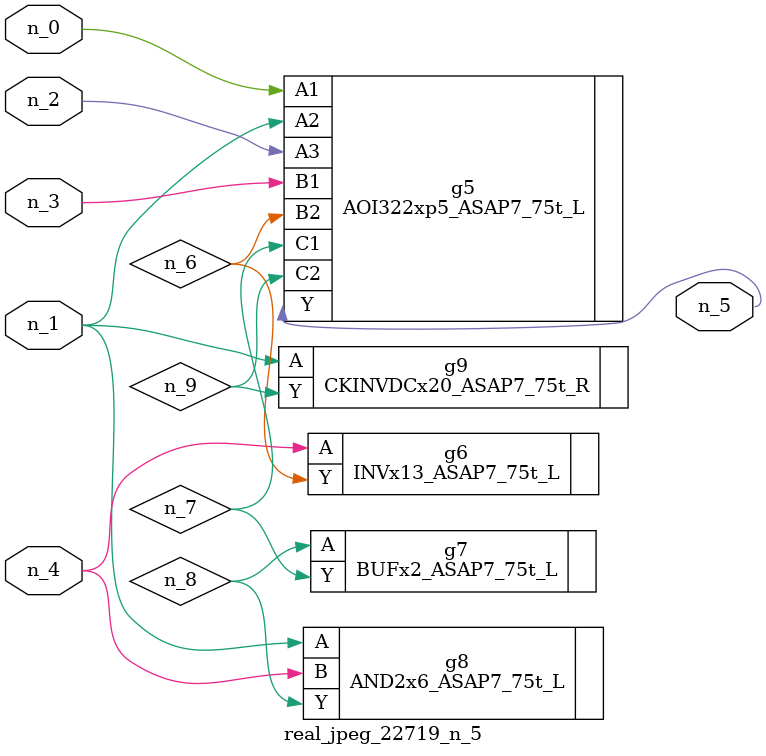
<source format=v>
module real_jpeg_22719_n_5 (n_4, n_0, n_1, n_2, n_3, n_5);

input n_4;
input n_0;
input n_1;
input n_2;
input n_3;

output n_5;

wire n_8;
wire n_6;
wire n_7;
wire n_9;

AOI322xp5_ASAP7_75t_L g5 ( 
.A1(n_0),
.A2(n_1),
.A3(n_2),
.B1(n_3),
.B2(n_6),
.C1(n_7),
.C2(n_9),
.Y(n_5)
);

AND2x6_ASAP7_75t_L g8 ( 
.A(n_1),
.B(n_4),
.Y(n_8)
);

CKINVDCx20_ASAP7_75t_R g9 ( 
.A(n_1),
.Y(n_9)
);

INVx13_ASAP7_75t_L g6 ( 
.A(n_4),
.Y(n_6)
);

BUFx2_ASAP7_75t_L g7 ( 
.A(n_8),
.Y(n_7)
);


endmodule
</source>
